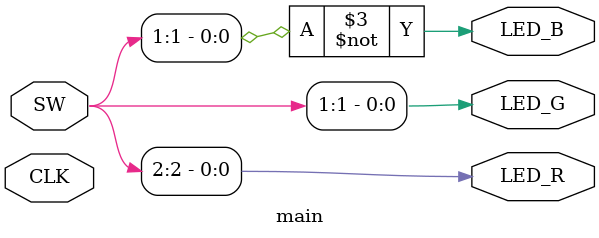
<source format=v>

module main (
	input [3:0] SW,
	input CLK,
	output LED_R,
	output LED_G,
	output LED_B
);

//-- Modify this value for changing the blink frequency
localparam N = 22;  //-- N<=21 Fast, N>=23 Slow

reg [N:0] counter;
always @(posedge CLK)
  counter = counter + 1;

assign LED_G = SW[1];
assign LED_R = SW[2];
assign LED_B = ~SW[1];

endmodule

</source>
